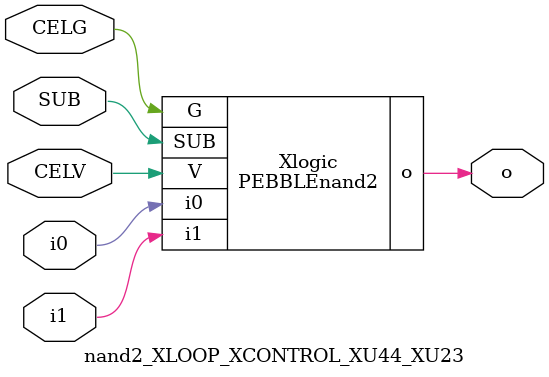
<source format=v>



module PEBBLEnand2 ( o, G, SUB, V, i0, i1 );

  input i0;
  input V;
  input i1;
  input G;
  output o;
  input SUB;
endmodule

//Celera Confidential Do Not Copy nand2_XLOOP_XCONTROL_XU44_XU23
//Celera Confidential Symbol Generator
//5V NAND2
module nand2_XLOOP_XCONTROL_XU44_XU23 (CELV,CELG,i0,i1,o,SUB);
input CELV;
input CELG;
input i0;
input i1;
input SUB;
output o;

//Celera Confidential Do Not Copy nand2
PEBBLEnand2 Xlogic(
.V (CELV),
.i0 (i0),
.i1 (i1),
.o (o),
.SUB (SUB),
.G (CELG)
);
//,diesize,PEBBLEnand2

//Celera Confidential Do Not Copy Module End
//Celera Schematic Generator
endmodule

</source>
